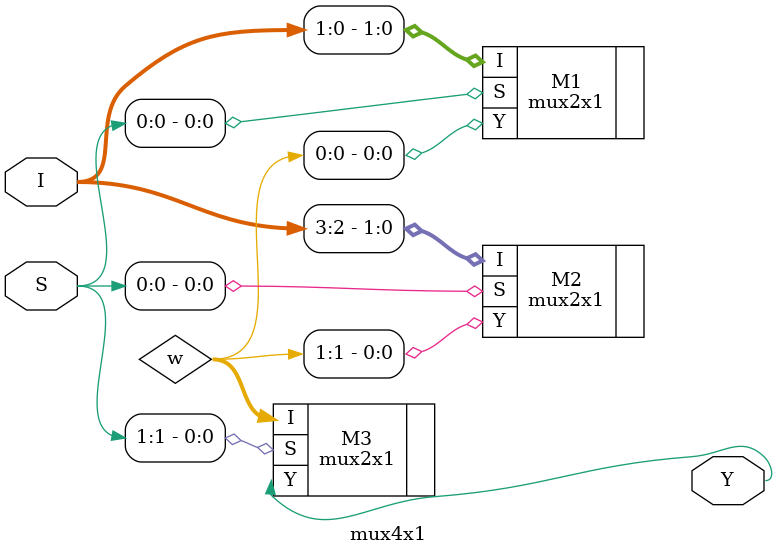
<source format=v>
`include "mux2x1.v"
module mux4x1(
    input [3:0] I,
    input [1:0] S,
    output Y
);

wire [1:0]w;

mux2x1 M1(.I(I[1:0]), .S(S[0]), .Y(w[0]));
mux2x1 M2(.I(I[3:2]), .S(S[0]), .Y(w[1]));
mux2x1 M3(.I(w), .S(S[1]), .Y(Y));
    
endmodule
</source>
